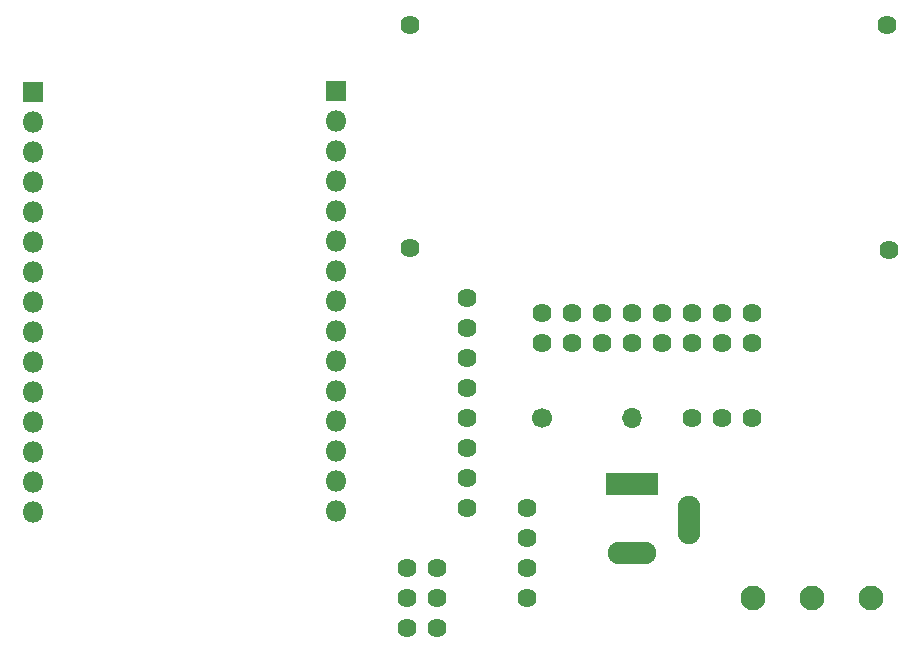
<source format=gbs>
%TF.GenerationSoftware,KiCad,Pcbnew,5.1.6-c6e7f7d~87~ubuntu18.04.1*%
%TF.CreationDate,2020-11-08T20:46:57+01:00*%
%TF.ProjectId,bleskomat-board,626c6573-6b6f-46d6-9174-2d626f617264,rev?*%
%TF.SameCoordinates,Original*%
%TF.FileFunction,Soldermask,Bot*%
%TF.FilePolarity,Negative*%
%FSLAX46Y46*%
G04 Gerber Fmt 4.6, Leading zero omitted, Abs format (unit mm)*
G04 Created by KiCad (PCBNEW 5.1.6-c6e7f7d~87~ubuntu18.04.1) date 2020-11-08 20:46:57*
%MOMM*%
%LPD*%
G01*
G04 APERTURE LIST*
%ADD10R,4.499999X1.900000*%
%ADD11O,4.100000X1.900000*%
%ADD12O,1.900000X4.100000*%
%ADD13C,1.624000*%
%ADD14O,1.700000X1.700000*%
%ADD15C,1.700000*%
%ADD16C,2.100000*%
%ADD17O,1.800000X1.800000*%
%ADD18R,1.800000X1.800000*%
G04 APERTURE END LIST*
D10*
%TO.C,barrel-jack*%
X154940000Y-100880000D03*
D11*
X154940000Y-106680000D03*
D12*
X159740000Y-103880000D03*
%TD*%
D13*
%TO.C,button*%
X146050000Y-110490000D03*
X146050000Y-107950000D03*
X146050000Y-105410000D03*
X146050000Y-102870000D03*
%TD*%
%TO.C,stepdown1*%
X176657000Y-81026000D03*
X176530000Y-61976000D03*
X136144000Y-61976000D03*
X136144000Y-80899000D03*
%TD*%
%TO.C,relay1*%
X135890000Y-110490000D03*
X135890000Y-113030000D03*
X135890000Y-107950000D03*
X138430000Y-113030000D03*
X138430000Y-110490000D03*
X138430000Y-107950000D03*
%TD*%
D14*
%TO.C,R1*%
X154940000Y-95250000D03*
D15*
X147320000Y-95250000D03*
%TD*%
D16*
%TO.C,alternative-power*%
X175180000Y-110490000D03*
X170180000Y-110490000D03*
X165180000Y-110490000D03*
%TD*%
D13*
%TO.C,coina-acceptor1*%
X165100000Y-95250000D03*
X162560000Y-95250000D03*
X160020000Y-95250000D03*
%TD*%
%TO.C,bill-acceptor1*%
X162560000Y-88900000D03*
X165100000Y-88900000D03*
X147320000Y-88900000D03*
X149860000Y-88900000D03*
X152400000Y-88900000D03*
X154940000Y-88900000D03*
X157480000Y-88900000D03*
X160020000Y-88900000D03*
X165100000Y-86360000D03*
X162560000Y-86360000D03*
X160020000Y-86360000D03*
X157480000Y-86360000D03*
X154940000Y-86360000D03*
X152400000Y-86360000D03*
X149860000Y-86360000D03*
X147320000Y-86360000D03*
%TD*%
%TO.C,tft*%
X140970000Y-102870000D03*
X140970000Y-100330000D03*
X140970000Y-97790000D03*
X140970000Y-95250000D03*
X140970000Y-92710000D03*
X140970000Y-90170000D03*
X140970000Y-87630000D03*
X140970000Y-85090000D03*
%TD*%
D17*
%TO.C,esp32-dev*%
X129870000Y-103160000D03*
X129870000Y-100620000D03*
X129870000Y-98080000D03*
X129870000Y-95540000D03*
X129870000Y-93000000D03*
X129870000Y-90460000D03*
X129870000Y-87920000D03*
X129870000Y-85380000D03*
X129870000Y-82840000D03*
X129870000Y-80300000D03*
X129870000Y-77760000D03*
X129870000Y-75220000D03*
X129870000Y-72680000D03*
X129870000Y-70140000D03*
D18*
X129870000Y-67600000D03*
X129870000Y-67600000D03*
D17*
X129870000Y-70140000D03*
X129870000Y-72680000D03*
X129870000Y-75220000D03*
X129870000Y-77760000D03*
X129870000Y-80300000D03*
X129870000Y-82840000D03*
X129870000Y-85380000D03*
X129870000Y-87920000D03*
X129870000Y-90460000D03*
X129870000Y-93000000D03*
X129870000Y-95540000D03*
X129870000Y-98080000D03*
X129870000Y-100620000D03*
X129870000Y-103160000D03*
X104170000Y-103260000D03*
X104170000Y-100720000D03*
X104170000Y-98180000D03*
X104170000Y-95640000D03*
X104170000Y-93100000D03*
X104170000Y-90560000D03*
X104170000Y-88020000D03*
X104170000Y-85480000D03*
X104170000Y-82940000D03*
X104170000Y-80400000D03*
X104170000Y-77860000D03*
X104170000Y-75320000D03*
X104170000Y-72780000D03*
X104170000Y-70240000D03*
D18*
X104170000Y-67700000D03*
X104170000Y-67700000D03*
D17*
X104170000Y-70240000D03*
X104170000Y-72780000D03*
X104170000Y-75320000D03*
X104170000Y-77860000D03*
X104170000Y-80400000D03*
X104170000Y-82940000D03*
X104170000Y-85480000D03*
X104170000Y-88020000D03*
X104170000Y-90560000D03*
X104170000Y-93100000D03*
X104170000Y-95640000D03*
X104170000Y-98180000D03*
X104170000Y-100720000D03*
X104170000Y-103260000D03*
%TD*%
M02*

</source>
